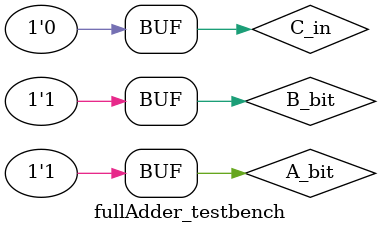
<source format=sv>
`timescale 1ps/1ps
module fullAdder (A_bit, B_bit, C_in, sum, carry);
    input logic A_bit, B_bit, C_in;
    output logic sum;
    output logic carry;

    logic xor1_out, and1_out, and2_out;

    xor xor1 (xor1_out, A_bit, B_bit);
    and and1 (and1_out, A_bit, B_bit);
    and and2 (and2_out, xor1_out, C_in);
    xor xor2 (sum, xor1_out, C_in);
    xor xor3 (carry, and2_out, and1_out);

endmodule

`timescale 1ps/1ps
module fullAdder_testbench ();
    logic A_bit, B_bit, C_in;
    logic sum, carry;

    fullAdder dut (.*);

    initial begin
        A_bit = 1; B_bit = 0; C_in = 1; #10;
        assert (sum == 0 && carry == 1);

        A_bit = 1; B_bit = 1; C_in = 0; #10;
        assert (sum == 0 && carry == 1);


        // for (int i = 0; i <= 1; i++) begin
        //     for (int j = 0; j <= 1; j++) begin
        //         for (int k = 0; k <= 1; k++) begin
        //             A_bit = i; B_bit = j; C_in = k; #10;
        //         end
        //     end
        // end
    end
endmodule
</source>
